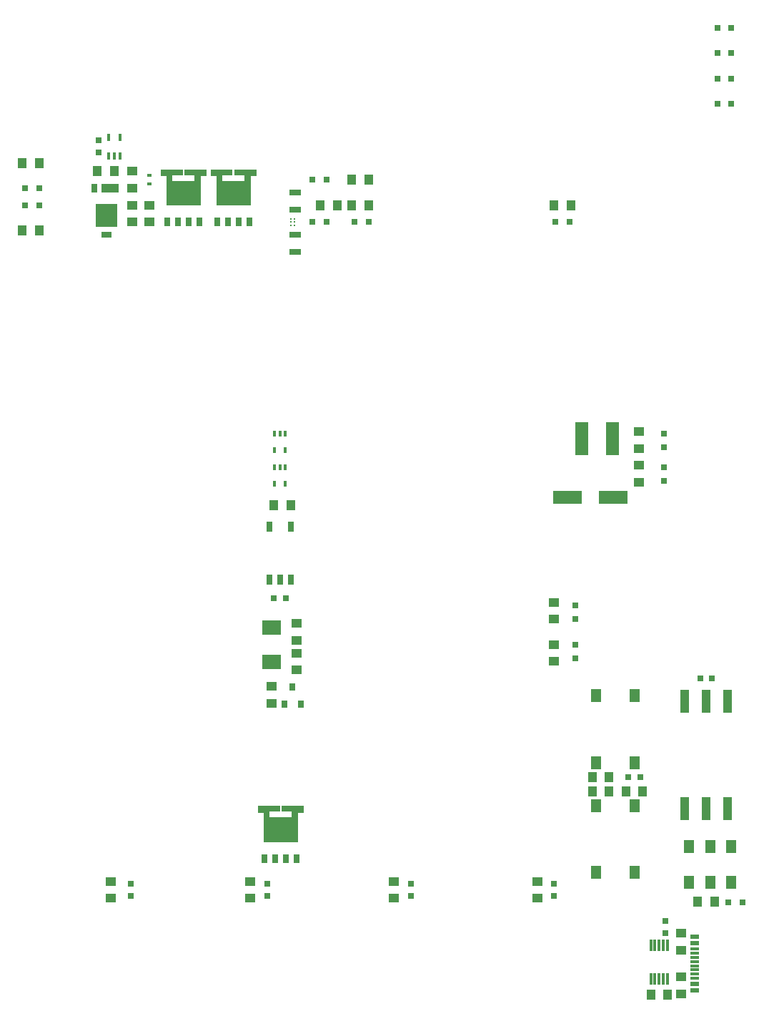
<source format=gbr>
%TF.GenerationSoftware,KiCad,Pcbnew,7.0.1*%
%TF.CreationDate,2023-04-09T21:26:53+09:00*%
%TF.ProjectId,(Eagle)PowerUnit-Bseries(ver2.0),28456167-6c65-4295-906f-776572556e69,rev?*%
%TF.SameCoordinates,Original*%
%TF.FileFunction,Paste,Top*%
%TF.FilePolarity,Positive*%
%FSLAX46Y46*%
G04 Gerber Fmt 4.6, Leading zero omitted, Abs format (unit mm)*
G04 Created by KiCad (PCBNEW 7.0.1) date 2023-04-09 21:26:53*
%MOMM*%
%LPD*%
G01*
G04 APERTURE LIST*
G04 Aperture macros list*
%AMRoundRect*
0 Rectangle with rounded corners*
0 $1 Rounding radius*
0 $2 $3 $4 $5 $6 $7 $8 $9 X,Y pos of 4 corners*
0 Add a 4 corners polygon primitive as box body*
4,1,4,$2,$3,$4,$5,$6,$7,$8,$9,$2,$3,0*
0 Add four circle primitives for the rounded corners*
1,1,$1+$1,$2,$3*
1,1,$1+$1,$4,$5*
1,1,$1+$1,$6,$7*
1,1,$1+$1,$8,$9*
0 Add four rect primitives between the rounded corners*
20,1,$1+$1,$2,$3,$4,$5,0*
20,1,$1+$1,$4,$5,$6,$7,0*
20,1,$1+$1,$6,$7,$8,$9,0*
20,1,$1+$1,$8,$9,$2,$3,0*%
G04 Aperture macros list end*
%ADD10R,1.200000X1.000000*%
%ADD11R,0.400000X0.800000*%
%ADD12R,0.800000X0.800000*%
%ADD13R,3.500000X1.600000*%
%ADD14R,1.270000X0.762000*%
%ADD15R,2.540000X2.670000*%
%ADD16R,1.000000X1.200000*%
%ADD17R,0.800000X0.700000*%
%ADD18R,0.300000X1.350000*%
%ADD19R,1.500000X4.000000*%
%ADD20R,0.800000X1.200000*%
%ADD21R,0.680000X1.100000*%
%ADD22RoundRect,0.098600X-0.241400X-0.451400X0.241400X-0.451400X0.241400X0.451400X-0.241400X0.451400X0*%
%ADD23R,0.450000X0.950000*%
%ADD24R,1.100000X0.300000*%
%ADD25R,1.100000X0.600000*%
%ADD26R,1.300000X1.550000*%
%ADD27R,1.400000X0.800000*%
%ADD28R,0.800000X1.100000*%
%ADD29R,2.000000X1.100000*%
%ADD30RoundRect,0.115000X0.000000X0.000000X0.000000X0.000000X0.000000X0.000000X0.000000X0.000000X0*%
%ADD31R,0.800000X0.900000*%
%ADD32R,1.000000X2.700000*%
%ADD33R,0.700000X0.800000*%
%ADD34R,2.160000X1.780000*%
%ADD35R,0.500000X0.450000*%
%ADD36R,1.300000X1.500000*%
%ADD37R,1.200000X1.500000*%
G04 APERTURE END LIST*
%TO.C,Q10*%
G36*
X144501100Y-140273600D02*
G01*
X143301100Y-140273600D01*
X143301100Y-140933600D01*
X145901100Y-140933600D01*
X145901100Y-140273600D01*
X144701100Y-140273600D01*
X144701100Y-139563600D01*
X147301100Y-139563600D01*
X147301100Y-140373600D01*
X146631100Y-140373600D01*
X146631100Y-143853600D01*
X142571100Y-143853600D01*
X142571100Y-140373600D01*
X141901100Y-140373600D01*
X141901100Y-139563600D01*
X144501100Y-139563600D01*
X144501100Y-140273600D01*
G37*
%TO.C,Q1*%
G36*
X138901100Y-64973600D02*
G01*
X137701100Y-64973600D01*
X137701100Y-65633600D01*
X140301100Y-65633600D01*
X140301100Y-64973600D01*
X139101100Y-64973600D01*
X139101100Y-64263600D01*
X141701100Y-64263600D01*
X141701100Y-65073600D01*
X141031100Y-65073600D01*
X141031100Y-68553600D01*
X136971100Y-68553600D01*
X136971100Y-65073600D01*
X136301100Y-65073600D01*
X136301100Y-64263600D01*
X138901100Y-64263600D01*
X138901100Y-64973600D01*
G37*
%TO.C,Q6*%
G36*
X132981100Y-64973600D02*
G01*
X131781100Y-64973600D01*
X131781100Y-65633600D01*
X134381100Y-65633600D01*
X134381100Y-64973600D01*
X133181100Y-64973600D01*
X133181100Y-64263600D01*
X135781100Y-64263600D01*
X135781100Y-65073600D01*
X135111100Y-65073600D01*
X135111100Y-68553600D01*
X131051100Y-68553600D01*
X131051100Y-65073600D01*
X130381100Y-65073600D01*
X130381100Y-64263600D01*
X132981100Y-64263600D01*
X132981100Y-64973600D01*
G37*
%TD*%
D10*
%TO.C,R88*%
X187001100Y-101303600D03*
X187001100Y-99303600D03*
%TD*%
D11*
%TO.C,U19*%
X143851100Y-99553600D03*
X144501100Y-99553600D03*
X145151100Y-99553600D03*
X143851100Y-101453600D03*
X145151100Y-101453600D03*
%TD*%
D10*
%TO.C,R108*%
X175001100Y-150503600D03*
X175001100Y-148503600D03*
%TD*%
D12*
%TO.C,ALIVE*%
X196351100Y-47503600D03*
X198001100Y-47503600D03*
%TD*%
D13*
%TO.C,C7*%
X178601100Y-103103600D03*
X184001100Y-103103600D03*
%TD*%
D12*
%TO.C,LED3*%
X114351100Y-66503600D03*
X116001100Y-66503600D03*
%TD*%
D14*
%TO.C,SB5*%
X124001100Y-72029100D03*
D15*
X124001100Y-69678100D03*
%TD*%
D16*
%TO.C,R85*%
X155001100Y-65503600D03*
X153001100Y-65503600D03*
%TD*%
%TO.C,R47*%
X185501100Y-137853600D03*
X187501100Y-137853600D03*
%TD*%
D17*
%TO.C,C43*%
X126801100Y-148803600D03*
X126801100Y-150203600D03*
%TD*%
D16*
%TO.C,R84*%
X190441100Y-161903600D03*
X188441100Y-161903600D03*
%TD*%
D18*
%TO.C,U3*%
X188441100Y-156068600D03*
X190441100Y-160018600D03*
X189441100Y-160018600D03*
X189941100Y-160018600D03*
X188941100Y-156068600D03*
X190441100Y-156068600D03*
X189441100Y-156068600D03*
X188441100Y-160018600D03*
X188941100Y-160018600D03*
X189941100Y-156068600D03*
%TD*%
D10*
%TO.C,R82*%
X129001100Y-70503600D03*
X129001100Y-68503600D03*
%TD*%
D19*
%TO.C,L1*%
X183901100Y-96103600D03*
X180301100Y-96103600D03*
%TD*%
D20*
%TO.C,TLP3*%
X145771100Y-106503600D03*
X143231100Y-106503600D03*
X143231100Y-112803600D03*
X145771100Y-112803600D03*
X144501100Y-112803600D03*
%TD*%
D17*
%TO.C,C72*%
X123001100Y-60853600D03*
X123001100Y-62253600D03*
%TD*%
D21*
%TO.C,Q10*%
X144601100Y-142533600D03*
D22*
X146506100Y-145793600D03*
X142696100Y-145793600D03*
X143966100Y-145793600D03*
X145236100Y-145793600D03*
%TD*%
D23*
%TO.C,U27*%
X125551100Y-62653600D03*
X125551100Y-60453600D03*
X124251100Y-62653600D03*
X124251100Y-60453600D03*
X124901100Y-62653600D03*
%TD*%
D16*
%TO.C,R45*%
X183501100Y-137853600D03*
X181501100Y-137853600D03*
%TD*%
D17*
%TO.C,C3*%
X190191100Y-153233600D03*
X190191100Y-154633600D03*
%TD*%
D24*
%TO.C,USB1*%
X193611100Y-159493600D03*
X193611100Y-156493600D03*
X193611100Y-157993600D03*
X193611100Y-158993600D03*
X193611100Y-158493600D03*
X193611100Y-157493600D03*
D25*
X193611100Y-161443600D03*
X193611100Y-155043600D03*
D24*
X193611100Y-156993600D03*
X193611100Y-159993600D03*
D25*
X193611100Y-160643600D03*
X193611100Y-155843600D03*
%TD*%
D12*
%TO.C,OTP*%
X148351100Y-65503600D03*
X150001100Y-65503600D03*
%TD*%
D16*
%TO.C,R79*%
X177001100Y-68503600D03*
X179001100Y-68503600D03*
%TD*%
D12*
%TO.C,SUPPLY*%
X148351100Y-70503600D03*
X150001100Y-70503600D03*
%TD*%
D16*
%TO.C,R2*%
X153001100Y-68503600D03*
X155001100Y-68503600D03*
%TD*%
D26*
%TO.C,B2*%
X186491100Y-126528600D03*
X186491100Y-134478600D03*
X181991100Y-126528600D03*
X181991100Y-134478600D03*
%TD*%
D27*
%TO.C,C66*%
X146301100Y-72003600D03*
X146301100Y-74003600D03*
%TD*%
D28*
%TO.C,SB8*%
X122501100Y-66503600D03*
D29*
X124401100Y-66503600D03*
%TD*%
D12*
%TO.C,GO*%
X114351100Y-68503600D03*
X116001100Y-68503600D03*
%TD*%
%TO.C,+5V*%
X190001100Y-97153600D03*
X190001100Y-95503600D03*
%TD*%
D10*
%TO.C,R80*%
X127001100Y-70503600D03*
X127001100Y-68503600D03*
%TD*%
%TO.C,R32*%
X146501100Y-123503600D03*
X146501100Y-121503600D03*
%TD*%
D16*
%TO.C,R113*%
X116001100Y-63503600D03*
X114001100Y-63503600D03*
%TD*%
D12*
%TO.C,LED11*%
X179501100Y-115853600D03*
X179501100Y-117503600D03*
%TD*%
D30*
%TO.C,U14*%
X146201100Y-70503600D03*
X146201100Y-70903600D03*
X145801100Y-70103600D03*
X145801100Y-70503600D03*
X146201100Y-70103600D03*
X145801100Y-70903600D03*
%TD*%
D16*
%TO.C,R116*%
X116001100Y-71503600D03*
X114001100Y-71503600D03*
%TD*%
D12*
%TO.C,LED1*%
X153351100Y-70503600D03*
X155001100Y-70503600D03*
%TD*%
D16*
%TO.C,R5*%
X149317200Y-68503800D03*
X151317200Y-68503800D03*
%TD*%
D17*
%TO.C,C46*%
X143001100Y-148803600D03*
X143001100Y-150203600D03*
%TD*%
D10*
%TO.C,R9*%
X192001100Y-161803600D03*
X192001100Y-159803600D03*
%TD*%
D31*
%TO.C,ZD5*%
X145051100Y-127503600D03*
X146001100Y-125503600D03*
X146951100Y-127503600D03*
%TD*%
D12*
%TO.C,COM*%
X196351100Y-50503600D03*
X198001100Y-50503600D03*
%TD*%
%TO.C,DISABLE*%
X196351100Y-56503600D03*
X198001100Y-56503600D03*
%TD*%
D10*
%TO.C,R87*%
X177001100Y-122503600D03*
X177001100Y-120503600D03*
%TD*%
D12*
%TO.C,BATTERY*%
X177151100Y-70503600D03*
X178801100Y-70503600D03*
%TD*%
%TO.C,DEBUG*%
X196351100Y-53503600D03*
X198001100Y-53503600D03*
%TD*%
D10*
%TO.C,R57*%
X124501100Y-150503600D03*
X124501100Y-148503600D03*
%TD*%
%TO.C,R103*%
X158001100Y-150503600D03*
X158001100Y-148503600D03*
%TD*%
D32*
%TO.C,SW2*%
X192461100Y-139873600D03*
X197541100Y-127173600D03*
X197541100Y-139873600D03*
X192461100Y-127173600D03*
X195001100Y-139873600D03*
X195001100Y-127173600D03*
%TD*%
D17*
%TO.C,C60*%
X160001100Y-148803600D03*
X160001100Y-150203600D03*
%TD*%
D10*
%TO.C,R86*%
X177001100Y-115503600D03*
X177001100Y-117503600D03*
%TD*%
%TO.C,R119*%
X143551100Y-127453600D03*
X143551100Y-125453600D03*
%TD*%
D33*
%TO.C,C35*%
X185801100Y-136203600D03*
X187201100Y-136203600D03*
%TD*%
D34*
%TO.C,D4*%
X143501100Y-122528600D03*
X143501100Y-118478600D03*
%TD*%
D10*
%TO.C,R8*%
X192051100Y-154653600D03*
X192051100Y-156653600D03*
%TD*%
D21*
%TO.C,Q1*%
X139001100Y-67233600D03*
D22*
X140906100Y-70493600D03*
X137096100Y-70493600D03*
X138366100Y-70493600D03*
X139636100Y-70493600D03*
%TD*%
D16*
%TO.C,R83*%
X124901100Y-64453600D03*
X122901100Y-64453600D03*
%TD*%
D10*
%TO.C,R98*%
X141001100Y-150503600D03*
X141001100Y-148503600D03*
%TD*%
D16*
%TO.C,R46*%
X181501100Y-136203600D03*
X183501100Y-136203600D03*
%TD*%
D10*
%TO.C,R89*%
X187001100Y-97303600D03*
X187001100Y-95303600D03*
%TD*%
D33*
%TO.C,C15*%
X195701100Y-124503600D03*
X194301100Y-124503600D03*
%TD*%
D12*
%TO.C,TXD*%
X197641100Y-151003600D03*
X199291100Y-151003600D03*
%TD*%
D27*
%TO.C,C2*%
X146301100Y-69003600D03*
X146301100Y-67003600D03*
%TD*%
D10*
%TO.C,R6*%
X146501100Y-118003600D03*
X146501100Y-120003600D03*
%TD*%
D21*
%TO.C,Q6*%
X133081100Y-67233600D03*
D22*
X134986100Y-70493600D03*
X131176100Y-70493600D03*
X132446100Y-70493600D03*
X133716100Y-70493600D03*
%TD*%
D16*
%TO.C,R10*%
X196020000Y-150940000D03*
X194020000Y-150940000D03*
%TD*%
D35*
%TO.C,NTC1*%
X129001100Y-64978600D03*
X129001100Y-66028600D03*
%TD*%
D10*
%TO.C,R81*%
X127001100Y-66503600D03*
X127001100Y-64503600D03*
%TD*%
D16*
%TO.C,R122*%
X143801100Y-104003600D03*
X145801100Y-104003600D03*
%TD*%
D36*
%TO.C,B1*%
X186491100Y-139553600D03*
X186491100Y-147453600D03*
X181991100Y-139553600D03*
X181991100Y-147453600D03*
%TD*%
D12*
%TO.C,+3V3*%
X190001100Y-101153600D03*
X190001100Y-99503600D03*
%TD*%
D33*
%TO.C,C70*%
X145201100Y-115003600D03*
X143801100Y-115003600D03*
%TD*%
D17*
%TO.C,C64*%
X177001100Y-148803600D03*
X177001100Y-150203600D03*
%TD*%
D12*
%TO.C,U5V*%
X179501100Y-122153600D03*
X179501100Y-120503600D03*
%TD*%
D11*
%TO.C,U16*%
X143851100Y-95553600D03*
X144501100Y-95553600D03*
X145151100Y-95553600D03*
X143851100Y-97453600D03*
X145151100Y-97453600D03*
%TD*%
D37*
%TO.C,SW3*%
X193001100Y-144353600D03*
X193001100Y-148653600D03*
X195501100Y-144353600D03*
X195501100Y-148653600D03*
X198001100Y-144353600D03*
X198001100Y-148653600D03*
%TD*%
M02*

</source>
